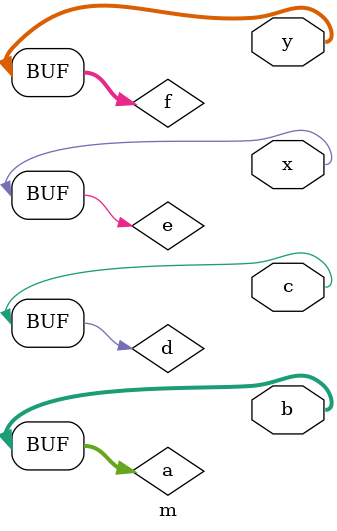
<source format=v>
module m(b,c,x,y);
	output [1:0] b;
	output c;
	output x;
	output [2:0] y;
	
	wire [1:0]a;
	wire d;
	wire e;
	wire [2:0]f;
	
	assign b=a;
	assign c=d;
	assign x=e;
	assign y=f;
	endmodule

</source>
